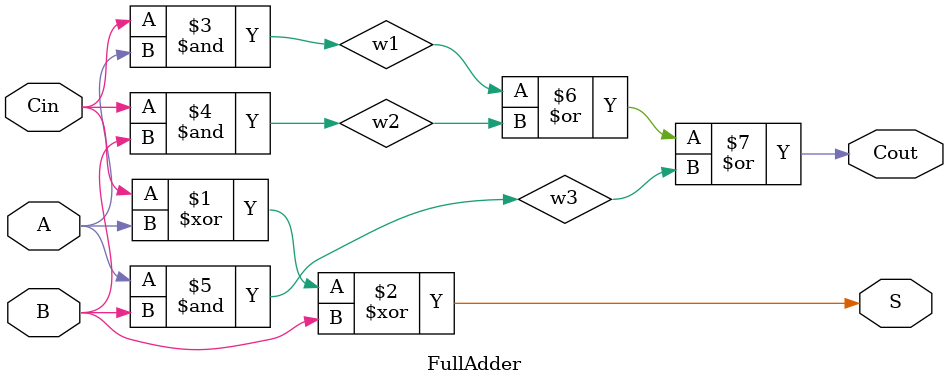
<source format=v>
module FullAdder(S, Cout, Cin, A, B);
	input Cin, A, B;
	output S, Cout;
	
	wire w1, w2, w3;
	
	xor xor0(S, Cin, A, B);					//Sum
	and and0(w1, Cin, A);
	and and1(w2, Cin, B);
	and and2(w3, A, B);
	or or0(Cout, w1, w2, w3);				//Carry out
endmodule
	

</source>
